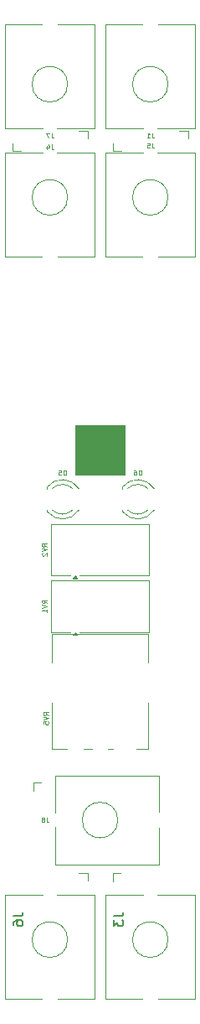
<source format=gbo>
G04 #@! TF.GenerationSoftware,KiCad,Pcbnew,9.0.7*
G04 #@! TF.CreationDate,2026-01-04T21:44:44+01:00*
G04 #@! TF.ProjectId,board_B,626f6172-645f-4422-9e6b-696361645f70,rev?*
G04 #@! TF.SameCoordinates,Original*
G04 #@! TF.FileFunction,Legend,Bot*
G04 #@! TF.FilePolarity,Positive*
%FSLAX46Y46*%
G04 Gerber Fmt 4.6, Leading zero omitted, Abs format (unit mm)*
G04 Created by KiCad (PCBNEW 9.0.7) date 2026-01-04 21:44:44*
%MOMM*%
%LPD*%
G01*
G04 APERTURE LIST*
%ADD10C,0.100000*%
%ADD11C,0.125000*%
%ADD12C,0.150000*%
%ADD13C,0.120000*%
G04 APERTURE END LIST*
D10*
X147500000Y-91277000D02*
X152500000Y-91277000D01*
X152500000Y-96277000D01*
X147500000Y-96277000D01*
X147500000Y-91277000D01*
G36*
X147500000Y-91277000D02*
G01*
X152500000Y-91277000D01*
X152500000Y-96277000D01*
X147500000Y-96277000D01*
X147500000Y-91277000D01*
G37*
D11*
X144763809Y-120530381D02*
X144525714Y-120363715D01*
X144763809Y-120244667D02*
X144263809Y-120244667D01*
X144263809Y-120244667D02*
X144263809Y-120435143D01*
X144263809Y-120435143D02*
X144287619Y-120482762D01*
X144287619Y-120482762D02*
X144311428Y-120506572D01*
X144311428Y-120506572D02*
X144359047Y-120530381D01*
X144359047Y-120530381D02*
X144430476Y-120530381D01*
X144430476Y-120530381D02*
X144478095Y-120506572D01*
X144478095Y-120506572D02*
X144501904Y-120482762D01*
X144501904Y-120482762D02*
X144525714Y-120435143D01*
X144525714Y-120435143D02*
X144525714Y-120244667D01*
X144263809Y-120673239D02*
X144763809Y-120839905D01*
X144763809Y-120839905D02*
X144263809Y-121006572D01*
X144263809Y-121411333D02*
X144263809Y-121173238D01*
X144263809Y-121173238D02*
X144501904Y-121149429D01*
X144501904Y-121149429D02*
X144478095Y-121173238D01*
X144478095Y-121173238D02*
X144454285Y-121220857D01*
X144454285Y-121220857D02*
X144454285Y-121339905D01*
X144454285Y-121339905D02*
X144478095Y-121387524D01*
X144478095Y-121387524D02*
X144501904Y-121411333D01*
X144501904Y-121411333D02*
X144549523Y-121435143D01*
X144549523Y-121435143D02*
X144668571Y-121435143D01*
X144668571Y-121435143D02*
X144716190Y-121411333D01*
X144716190Y-121411333D02*
X144740000Y-121387524D01*
X144740000Y-121387524D02*
X144763809Y-121339905D01*
X144763809Y-121339905D02*
X144763809Y-121220857D01*
X144763809Y-121220857D02*
X144740000Y-121173238D01*
X144740000Y-121173238D02*
X144716190Y-121149429D01*
X145086666Y-62894809D02*
X145086666Y-63251952D01*
X145086666Y-63251952D02*
X145110475Y-63323380D01*
X145110475Y-63323380D02*
X145158094Y-63371000D01*
X145158094Y-63371000D02*
X145229523Y-63394809D01*
X145229523Y-63394809D02*
X145277142Y-63394809D01*
X144634285Y-63061476D02*
X144634285Y-63394809D01*
X144753333Y-62871000D02*
X144872380Y-63228142D01*
X144872380Y-63228142D02*
X144562857Y-63228142D01*
X144636809Y-109227381D02*
X144398714Y-109060715D01*
X144636809Y-108941667D02*
X144136809Y-108941667D01*
X144136809Y-108941667D02*
X144136809Y-109132143D01*
X144136809Y-109132143D02*
X144160619Y-109179762D01*
X144160619Y-109179762D02*
X144184428Y-109203572D01*
X144184428Y-109203572D02*
X144232047Y-109227381D01*
X144232047Y-109227381D02*
X144303476Y-109227381D01*
X144303476Y-109227381D02*
X144351095Y-109203572D01*
X144351095Y-109203572D02*
X144374904Y-109179762D01*
X144374904Y-109179762D02*
X144398714Y-109132143D01*
X144398714Y-109132143D02*
X144398714Y-108941667D01*
X144136809Y-109370239D02*
X144636809Y-109536905D01*
X144636809Y-109536905D02*
X144136809Y-109703572D01*
X144636809Y-110132143D02*
X144636809Y-109846429D01*
X144636809Y-109989286D02*
X144136809Y-109989286D01*
X144136809Y-109989286D02*
X144208238Y-109941667D01*
X144208238Y-109941667D02*
X144255857Y-109894048D01*
X144255857Y-109894048D02*
X144279666Y-109846429D01*
X155246666Y-62767809D02*
X155246666Y-63124952D01*
X155246666Y-63124952D02*
X155270475Y-63196380D01*
X155270475Y-63196380D02*
X155318094Y-63244000D01*
X155318094Y-63244000D02*
X155389523Y-63267809D01*
X155389523Y-63267809D02*
X155437142Y-63267809D01*
X154770476Y-62767809D02*
X155008571Y-62767809D01*
X155008571Y-62767809D02*
X155032380Y-63005904D01*
X155032380Y-63005904D02*
X155008571Y-62982095D01*
X155008571Y-62982095D02*
X154960952Y-62958285D01*
X154960952Y-62958285D02*
X154841904Y-62958285D01*
X154841904Y-62958285D02*
X154794285Y-62982095D01*
X154794285Y-62982095D02*
X154770476Y-63005904D01*
X154770476Y-63005904D02*
X154746666Y-63053523D01*
X154746666Y-63053523D02*
X154746666Y-63172571D01*
X154746666Y-63172571D02*
X154770476Y-63220190D01*
X154770476Y-63220190D02*
X154794285Y-63244000D01*
X154794285Y-63244000D02*
X154841904Y-63267809D01*
X154841904Y-63267809D02*
X154960952Y-63267809D01*
X154960952Y-63267809D02*
X155008571Y-63244000D01*
X155008571Y-63244000D02*
X155032380Y-63220190D01*
X144578666Y-130839809D02*
X144578666Y-131196952D01*
X144578666Y-131196952D02*
X144602475Y-131268380D01*
X144602475Y-131268380D02*
X144650094Y-131316000D01*
X144650094Y-131316000D02*
X144721523Y-131339809D01*
X144721523Y-131339809D02*
X144769142Y-131339809D01*
X144269142Y-131054095D02*
X144316761Y-131030285D01*
X144316761Y-131030285D02*
X144340571Y-131006476D01*
X144340571Y-131006476D02*
X144364380Y-130958857D01*
X144364380Y-130958857D02*
X144364380Y-130935047D01*
X144364380Y-130935047D02*
X144340571Y-130887428D01*
X144340571Y-130887428D02*
X144316761Y-130863619D01*
X144316761Y-130863619D02*
X144269142Y-130839809D01*
X144269142Y-130839809D02*
X144173904Y-130839809D01*
X144173904Y-130839809D02*
X144126285Y-130863619D01*
X144126285Y-130863619D02*
X144102476Y-130887428D01*
X144102476Y-130887428D02*
X144078666Y-130935047D01*
X144078666Y-130935047D02*
X144078666Y-130958857D01*
X144078666Y-130958857D02*
X144102476Y-131006476D01*
X144102476Y-131006476D02*
X144126285Y-131030285D01*
X144126285Y-131030285D02*
X144173904Y-131054095D01*
X144173904Y-131054095D02*
X144269142Y-131054095D01*
X144269142Y-131054095D02*
X144316761Y-131077904D01*
X144316761Y-131077904D02*
X144340571Y-131101714D01*
X144340571Y-131101714D02*
X144364380Y-131149333D01*
X144364380Y-131149333D02*
X144364380Y-131244571D01*
X144364380Y-131244571D02*
X144340571Y-131292190D01*
X144340571Y-131292190D02*
X144316761Y-131316000D01*
X144316761Y-131316000D02*
X144269142Y-131339809D01*
X144269142Y-131339809D02*
X144173904Y-131339809D01*
X144173904Y-131339809D02*
X144126285Y-131316000D01*
X144126285Y-131316000D02*
X144102476Y-131292190D01*
X144102476Y-131292190D02*
X144078666Y-131244571D01*
X144078666Y-131244571D02*
X144078666Y-131149333D01*
X144078666Y-131149333D02*
X144102476Y-131101714D01*
X144102476Y-131101714D02*
X144126285Y-131077904D01*
X144126285Y-131077904D02*
X144173904Y-131054095D01*
D12*
X151359819Y-140814666D02*
X152074104Y-140814666D01*
X152074104Y-140814666D02*
X152216961Y-140767047D01*
X152216961Y-140767047D02*
X152312200Y-140671809D01*
X152312200Y-140671809D02*
X152359819Y-140528952D01*
X152359819Y-140528952D02*
X152359819Y-140433714D01*
X151359819Y-141195619D02*
X151359819Y-141814666D01*
X151359819Y-141814666D02*
X151740771Y-141481333D01*
X151740771Y-141481333D02*
X151740771Y-141624190D01*
X151740771Y-141624190D02*
X151788390Y-141719428D01*
X151788390Y-141719428D02*
X151836009Y-141767047D01*
X151836009Y-141767047D02*
X151931247Y-141814666D01*
X151931247Y-141814666D02*
X152169342Y-141814666D01*
X152169342Y-141814666D02*
X152264580Y-141767047D01*
X152264580Y-141767047D02*
X152312200Y-141719428D01*
X152312200Y-141719428D02*
X152359819Y-141624190D01*
X152359819Y-141624190D02*
X152359819Y-141338476D01*
X152359819Y-141338476D02*
X152312200Y-141243238D01*
X152312200Y-141243238D02*
X152264580Y-141195619D01*
X141199819Y-140814666D02*
X141914104Y-140814666D01*
X141914104Y-140814666D02*
X142056961Y-140767047D01*
X142056961Y-140767047D02*
X142152200Y-140671809D01*
X142152200Y-140671809D02*
X142199819Y-140528952D01*
X142199819Y-140528952D02*
X142199819Y-140433714D01*
X141199819Y-141719428D02*
X141199819Y-141528952D01*
X141199819Y-141528952D02*
X141247438Y-141433714D01*
X141247438Y-141433714D02*
X141295057Y-141386095D01*
X141295057Y-141386095D02*
X141437914Y-141290857D01*
X141437914Y-141290857D02*
X141628390Y-141243238D01*
X141628390Y-141243238D02*
X142009342Y-141243238D01*
X142009342Y-141243238D02*
X142104580Y-141290857D01*
X142104580Y-141290857D02*
X142152200Y-141338476D01*
X142152200Y-141338476D02*
X142199819Y-141433714D01*
X142199819Y-141433714D02*
X142199819Y-141624190D01*
X142199819Y-141624190D02*
X142152200Y-141719428D01*
X142152200Y-141719428D02*
X142104580Y-141767047D01*
X142104580Y-141767047D02*
X142009342Y-141814666D01*
X142009342Y-141814666D02*
X141771247Y-141814666D01*
X141771247Y-141814666D02*
X141676009Y-141767047D01*
X141676009Y-141767047D02*
X141628390Y-141719428D01*
X141628390Y-141719428D02*
X141580771Y-141624190D01*
X141580771Y-141624190D02*
X141580771Y-141433714D01*
X141580771Y-141433714D02*
X141628390Y-141338476D01*
X141628390Y-141338476D02*
X141676009Y-141290857D01*
X141676009Y-141290857D02*
X141771247Y-141243238D01*
D11*
X145086666Y-61751809D02*
X145086666Y-62108952D01*
X145086666Y-62108952D02*
X145110475Y-62180380D01*
X145110475Y-62180380D02*
X145158094Y-62228000D01*
X145158094Y-62228000D02*
X145229523Y-62251809D01*
X145229523Y-62251809D02*
X145277142Y-62251809D01*
X144896190Y-61751809D02*
X144562857Y-61751809D01*
X144562857Y-61751809D02*
X144777142Y-62251809D01*
X154179047Y-96287809D02*
X154179047Y-95787809D01*
X154179047Y-95787809D02*
X154059999Y-95787809D01*
X154059999Y-95787809D02*
X153988571Y-95811619D01*
X153988571Y-95811619D02*
X153940952Y-95859238D01*
X153940952Y-95859238D02*
X153917142Y-95906857D01*
X153917142Y-95906857D02*
X153893333Y-96002095D01*
X153893333Y-96002095D02*
X153893333Y-96073523D01*
X153893333Y-96073523D02*
X153917142Y-96168761D01*
X153917142Y-96168761D02*
X153940952Y-96216380D01*
X153940952Y-96216380D02*
X153988571Y-96264000D01*
X153988571Y-96264000D02*
X154059999Y-96287809D01*
X154059999Y-96287809D02*
X154179047Y-96287809D01*
X153464761Y-95787809D02*
X153559999Y-95787809D01*
X153559999Y-95787809D02*
X153607618Y-95811619D01*
X153607618Y-95811619D02*
X153631428Y-95835428D01*
X153631428Y-95835428D02*
X153679047Y-95906857D01*
X153679047Y-95906857D02*
X153702856Y-96002095D01*
X153702856Y-96002095D02*
X153702856Y-96192571D01*
X153702856Y-96192571D02*
X153679047Y-96240190D01*
X153679047Y-96240190D02*
X153655237Y-96264000D01*
X153655237Y-96264000D02*
X153607618Y-96287809D01*
X153607618Y-96287809D02*
X153512380Y-96287809D01*
X153512380Y-96287809D02*
X153464761Y-96264000D01*
X153464761Y-96264000D02*
X153440952Y-96240190D01*
X153440952Y-96240190D02*
X153417142Y-96192571D01*
X153417142Y-96192571D02*
X153417142Y-96073523D01*
X153417142Y-96073523D02*
X153440952Y-96025904D01*
X153440952Y-96025904D02*
X153464761Y-96002095D01*
X153464761Y-96002095D02*
X153512380Y-95978285D01*
X153512380Y-95978285D02*
X153607618Y-95978285D01*
X153607618Y-95978285D02*
X153655237Y-96002095D01*
X153655237Y-96002095D02*
X153679047Y-96025904D01*
X153679047Y-96025904D02*
X153702856Y-96073523D01*
X146559047Y-96287809D02*
X146559047Y-95787809D01*
X146559047Y-95787809D02*
X146439999Y-95787809D01*
X146439999Y-95787809D02*
X146368571Y-95811619D01*
X146368571Y-95811619D02*
X146320952Y-95859238D01*
X146320952Y-95859238D02*
X146297142Y-95906857D01*
X146297142Y-95906857D02*
X146273333Y-96002095D01*
X146273333Y-96002095D02*
X146273333Y-96073523D01*
X146273333Y-96073523D02*
X146297142Y-96168761D01*
X146297142Y-96168761D02*
X146320952Y-96216380D01*
X146320952Y-96216380D02*
X146368571Y-96264000D01*
X146368571Y-96264000D02*
X146439999Y-96287809D01*
X146439999Y-96287809D02*
X146559047Y-96287809D01*
X145820952Y-95787809D02*
X146059047Y-95787809D01*
X146059047Y-95787809D02*
X146082856Y-96025904D01*
X146082856Y-96025904D02*
X146059047Y-96002095D01*
X146059047Y-96002095D02*
X146011428Y-95978285D01*
X146011428Y-95978285D02*
X145892380Y-95978285D01*
X145892380Y-95978285D02*
X145844761Y-96002095D01*
X145844761Y-96002095D02*
X145820952Y-96025904D01*
X145820952Y-96025904D02*
X145797142Y-96073523D01*
X145797142Y-96073523D02*
X145797142Y-96192571D01*
X145797142Y-96192571D02*
X145820952Y-96240190D01*
X145820952Y-96240190D02*
X145844761Y-96264000D01*
X145844761Y-96264000D02*
X145892380Y-96287809D01*
X145892380Y-96287809D02*
X146011428Y-96287809D01*
X146011428Y-96287809D02*
X146059047Y-96264000D01*
X146059047Y-96264000D02*
X146082856Y-96240190D01*
X155246666Y-61751809D02*
X155246666Y-62108952D01*
X155246666Y-62108952D02*
X155270475Y-62180380D01*
X155270475Y-62180380D02*
X155318094Y-62228000D01*
X155318094Y-62228000D02*
X155389523Y-62251809D01*
X155389523Y-62251809D02*
X155437142Y-62251809D01*
X154746666Y-62251809D02*
X155032380Y-62251809D01*
X154889523Y-62251809D02*
X154889523Y-61751809D01*
X154889523Y-61751809D02*
X154937142Y-61823238D01*
X154937142Y-61823238D02*
X154984761Y-61870857D01*
X154984761Y-61870857D02*
X155032380Y-61894666D01*
X144636809Y-103512381D02*
X144398714Y-103345715D01*
X144636809Y-103226667D02*
X144136809Y-103226667D01*
X144136809Y-103226667D02*
X144136809Y-103417143D01*
X144136809Y-103417143D02*
X144160619Y-103464762D01*
X144160619Y-103464762D02*
X144184428Y-103488572D01*
X144184428Y-103488572D02*
X144232047Y-103512381D01*
X144232047Y-103512381D02*
X144303476Y-103512381D01*
X144303476Y-103512381D02*
X144351095Y-103488572D01*
X144351095Y-103488572D02*
X144374904Y-103464762D01*
X144374904Y-103464762D02*
X144398714Y-103417143D01*
X144398714Y-103417143D02*
X144398714Y-103226667D01*
X144136809Y-103655239D02*
X144636809Y-103821905D01*
X144636809Y-103821905D02*
X144136809Y-103988572D01*
X144184428Y-104131429D02*
X144160619Y-104155238D01*
X144160619Y-104155238D02*
X144136809Y-104202857D01*
X144136809Y-104202857D02*
X144136809Y-104321905D01*
X144136809Y-104321905D02*
X144160619Y-104369524D01*
X144160619Y-104369524D02*
X144184428Y-104393333D01*
X144184428Y-104393333D02*
X144232047Y-104417143D01*
X144232047Y-104417143D02*
X144279666Y-104417143D01*
X144279666Y-104417143D02*
X144351095Y-104393333D01*
X144351095Y-104393333D02*
X144636809Y-104107619D01*
X144636809Y-104107619D02*
X144636809Y-104417143D01*
D13*
G04 #@! TO.C,RV5*
X145130000Y-112305000D02*
X154870000Y-112305000D01*
X145130000Y-123895000D02*
X145130000Y-119314000D01*
X145130000Y-123895000D02*
X146620000Y-123895000D01*
X145134000Y-115250000D02*
X145130000Y-112305000D01*
X148340000Y-123895000D02*
X149170000Y-123895000D01*
X150790000Y-123895000D02*
X151320000Y-123895000D01*
X153690000Y-123895000D02*
X154870000Y-123895000D01*
X154870000Y-115250000D02*
X154870000Y-112305000D01*
X154880000Y-123895000D02*
X154880000Y-119314000D01*
G04 #@! TO.C,J4*
X140420000Y-63750000D02*
X140420000Y-74250000D01*
X140420000Y-63750000D02*
X144200000Y-63750000D01*
X140420000Y-74250000D02*
X144120000Y-74250000D01*
X145640000Y-63750000D02*
X149420000Y-63750000D01*
X145720000Y-74250000D02*
X149420000Y-74250000D01*
X148730000Y-61492000D02*
X147870000Y-61492000D01*
X148730000Y-61492000D02*
X148730000Y-62292000D01*
X149420000Y-63750000D02*
X149420000Y-74250000D01*
X146720000Y-68250000D02*
G75*
G02*
X143120000Y-68250000I-1800000J0D01*
G01*
X143120000Y-68250000D02*
G75*
G02*
X146720000Y-68250000I1800000J0D01*
G01*
G04 #@! TO.C,RV1*
X145040000Y-106915000D02*
X154960000Y-106915000D01*
X145040000Y-112135000D02*
X145040000Y-106915000D01*
X146960000Y-112135000D02*
X145040000Y-112135000D01*
X154960000Y-106915000D02*
X154960000Y-112135000D01*
X154960000Y-112135000D02*
X147960000Y-112135000D01*
X147700000Y-112455000D02*
X147220000Y-112455000D01*
X147460000Y-112125000D01*
X147700000Y-112455000D01*
G36*
X147700000Y-112455000D02*
G01*
X147220000Y-112455000D01*
X147460000Y-112125000D01*
X147700000Y-112455000D01*
G37*
G04 #@! TO.C,J5*
X150580000Y-63750000D02*
X150580000Y-74250000D01*
X150580000Y-63750000D02*
X154360000Y-63750000D01*
X150580000Y-74250000D02*
X154280000Y-74250000D01*
X155800000Y-63750000D02*
X159580000Y-63750000D01*
X155880000Y-74250000D02*
X159580000Y-74250000D01*
X158890000Y-61492000D02*
X158030000Y-61492000D01*
X158890000Y-61492000D02*
X158890000Y-62292000D01*
X159580000Y-63750000D02*
X159580000Y-74250000D01*
X156880000Y-68250000D02*
G75*
G02*
X153280000Y-68250000I-1800000J0D01*
G01*
X153280000Y-68250000D02*
G75*
G02*
X156880000Y-68250000I1800000J0D01*
G01*
G04 #@! TO.C,J8*
X143242000Y-127305000D02*
X143242000Y-128165000D01*
X143242000Y-127305000D02*
X144042000Y-127305000D01*
X145500000Y-126615000D02*
X156000000Y-126615000D01*
X145500000Y-130395000D02*
X145500000Y-126615000D01*
X145500000Y-135615000D02*
X145500000Y-131835000D01*
X145500000Y-135615000D02*
X156000000Y-135615000D01*
X156000000Y-130315000D02*
X156000000Y-126615000D01*
X156000000Y-135615000D02*
X156000000Y-131915000D01*
X151800000Y-131115000D02*
G75*
G02*
X148200000Y-131115000I-1800000J0D01*
G01*
X148200000Y-131115000D02*
G75*
G02*
X151800000Y-131115000I1800000J0D01*
G01*
G04 #@! TO.C,J3*
X150580000Y-138680000D02*
X150580000Y-149180000D01*
X150580000Y-138680000D02*
X154360000Y-138680000D01*
X150580000Y-149180000D02*
X154280000Y-149180000D01*
X151270000Y-136449000D02*
X151270000Y-137309000D01*
X151270000Y-136449000D02*
X152070000Y-136449000D01*
X155800000Y-138680000D02*
X159580000Y-138680000D01*
X155880000Y-149180000D02*
X159580000Y-149180000D01*
X159580000Y-138680000D02*
X159580000Y-149180000D01*
X156880000Y-143180000D02*
G75*
G02*
X153280000Y-143180000I-1800000J0D01*
G01*
X153280000Y-143180000D02*
G75*
G02*
X156880000Y-143180000I1800000J0D01*
G01*
G04 #@! TO.C,J6*
X140420000Y-138680000D02*
X140420000Y-149180000D01*
X140420000Y-138680000D02*
X144200000Y-138680000D01*
X140420000Y-149180000D02*
X144120000Y-149180000D01*
X145640000Y-138680000D02*
X149420000Y-138680000D01*
X145720000Y-149180000D02*
X149420000Y-149180000D01*
X148730000Y-136422000D02*
X147870000Y-136422000D01*
X148730000Y-136422000D02*
X148730000Y-137222000D01*
X149420000Y-138680000D02*
X149420000Y-149180000D01*
X146720000Y-143180000D02*
G75*
G02*
X143120000Y-143180000I-1800000J0D01*
G01*
X143120000Y-143180000D02*
G75*
G02*
X146720000Y-143180000I1800000J0D01*
G01*
G04 #@! TO.C,J7*
X140420000Y-61320000D02*
X140420000Y-50820000D01*
X141110000Y-63578000D02*
X141110000Y-62778000D01*
X141110000Y-63578000D02*
X141970000Y-63578000D01*
X144120000Y-50820000D02*
X140420000Y-50820000D01*
X144200000Y-61320000D02*
X140420000Y-61320000D01*
X149420000Y-50820000D02*
X145720000Y-50820000D01*
X149420000Y-61320000D02*
X145640000Y-61320000D01*
X149420000Y-61320000D02*
X149420000Y-50820000D01*
X146720000Y-56820000D02*
G75*
G02*
X143120000Y-56820000I-1800000J0D01*
G01*
X143120000Y-56820000D02*
G75*
G02*
X146720000Y-56820000I1800000J0D01*
G01*
G04 #@! TO.C,D6*
X152250000Y-97650000D02*
X152250000Y-97494000D01*
X152250000Y-99966000D02*
X152250000Y-99810000D01*
X152250000Y-97494484D02*
G75*
G02*
X155481437Y-97650000I1560000J-1235516D01*
G01*
X152769039Y-97650000D02*
G75*
G02*
X154850961Y-97650000I1040961J-1080000D01*
G01*
X154850961Y-99810000D02*
G75*
G02*
X152769039Y-99810000I-1040961J1080000D01*
G01*
X155481437Y-99810000D02*
G75*
G02*
X152250000Y-99965516I-1671437J1080000D01*
G01*
G04 #@! TO.C,D5*
X144630000Y-97650000D02*
X144630000Y-97494000D01*
X144630000Y-99966000D02*
X144630000Y-99810000D01*
X144630000Y-97494484D02*
G75*
G02*
X147861437Y-97650000I1560000J-1235516D01*
G01*
X145149039Y-97650000D02*
G75*
G02*
X147230961Y-97650000I1040961J-1080000D01*
G01*
X147230961Y-99810000D02*
G75*
G02*
X145149039Y-99810000I-1040961J1080000D01*
G01*
X147861437Y-99810000D02*
G75*
G02*
X144630000Y-99965516I-1671437J1080000D01*
G01*
G04 #@! TO.C,J1*
X150580000Y-61320000D02*
X150580000Y-50820000D01*
X151270000Y-63578000D02*
X151270000Y-62778000D01*
X151270000Y-63578000D02*
X152130000Y-63578000D01*
X154280000Y-50820000D02*
X150580000Y-50820000D01*
X154360000Y-61320000D02*
X150580000Y-61320000D01*
X159580000Y-50820000D02*
X155880000Y-50820000D01*
X159580000Y-61320000D02*
X155800000Y-61320000D01*
X159580000Y-61320000D02*
X159580000Y-50820000D01*
X156880000Y-56820000D02*
G75*
G02*
X153280000Y-56820000I-1800000J0D01*
G01*
X153280000Y-56820000D02*
G75*
G02*
X156880000Y-56820000I1800000J0D01*
G01*
G04 #@! TO.C,RV2*
X145040000Y-101200000D02*
X154960000Y-101200000D01*
X145040000Y-106420000D02*
X145040000Y-101200000D01*
X146960000Y-106420000D02*
X145040000Y-106420000D01*
X154960000Y-101200000D02*
X154960000Y-106420000D01*
X154960000Y-106420000D02*
X147960000Y-106420000D01*
X147700000Y-106740000D02*
X147220000Y-106740000D01*
X147460000Y-106410000D01*
X147700000Y-106740000D01*
G36*
X147700000Y-106740000D02*
G01*
X147220000Y-106740000D01*
X147460000Y-106410000D01*
X147700000Y-106740000D01*
G37*
G04 #@! TD*
M02*

</source>
